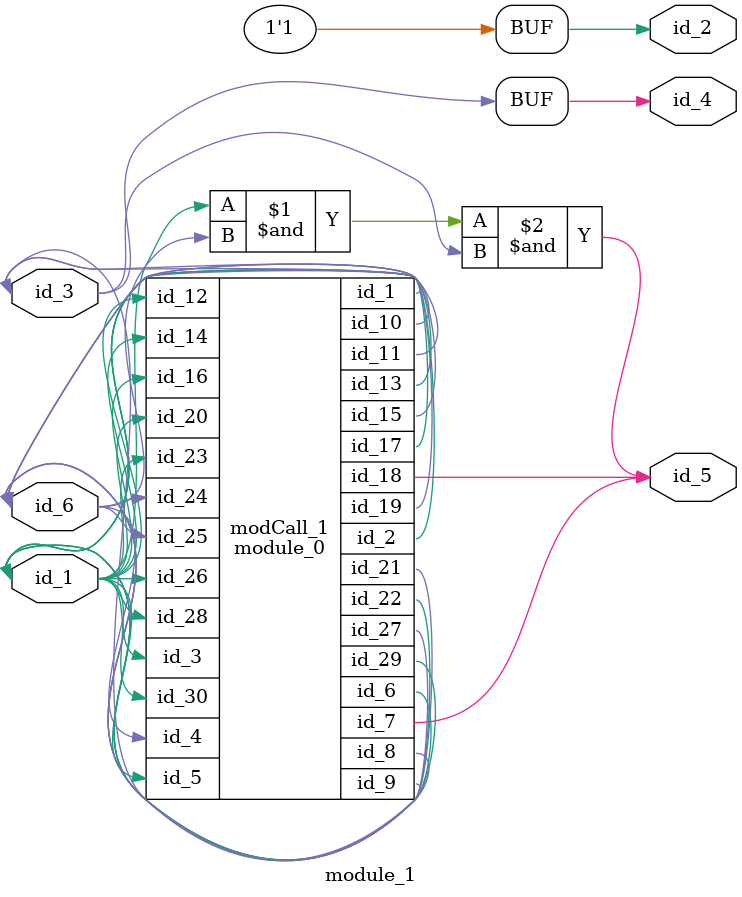
<source format=v>
module module_0 (
    id_1,
    id_2,
    id_3,
    id_4,
    id_5,
    id_6,
    id_7,
    id_8,
    id_9,
    id_10,
    id_11,
    id_12,
    id_13,
    id_14,
    id_15,
    id_16,
    id_17,
    id_18,
    id_19,
    id_20,
    id_21,
    id_22,
    id_23,
    id_24,
    id_25,
    id_26,
    id_27,
    id_28,
    id_29,
    id_30
);
  input wire id_30;
  inout wire id_29;
  input wire id_28;
  inout wire id_27;
  input wire id_26;
  input wire id_25;
  input wire id_24;
  input wire id_23;
  inout wire id_22;
  inout wire id_21;
  input wire id_20;
  inout wire id_19;
  output wire id_18;
  output wire id_17;
  input wire id_16;
  output wire id_15;
  input wire id_14;
  inout wire id_13;
  input wire id_12;
  output wire id_11;
  inout wire id_10;
  output wire id_9;
  inout wire id_8;
  output wire id_7;
  inout wire id_6;
  input wire id_5;
  input wire id_4;
  input wire id_3;
  inout wire id_2;
  output wire id_1;
endmodule
module module_1 (
    id_1,
    id_2,
    id_3,
    id_4,
    id_5,
    id_6
);
  inout wire id_6;
  output wire id_5;
  output wire id_4;
  input wire id_3;
  output wire id_2;
  inout wire id_1;
  assign id_2 = 1;
  module_0 modCall_1 (
      id_4,
      id_1,
      id_1,
      id_6,
      id_1,
      id_1,
      id_5,
      id_6,
      id_4,
      id_6,
      id_6,
      id_1,
      id_1,
      id_1,
      id_4,
      id_1,
      id_1,
      id_5,
      id_6,
      id_1,
      id_6,
      id_1,
      id_1,
      id_6,
      id_6,
      id_1,
      id_6,
      id_1,
      id_1,
      id_1
  );
  assign id_4 = id_3[1'b0];
  and primCall (id_5, id_1, id_6, id_3);
endmodule

</source>
